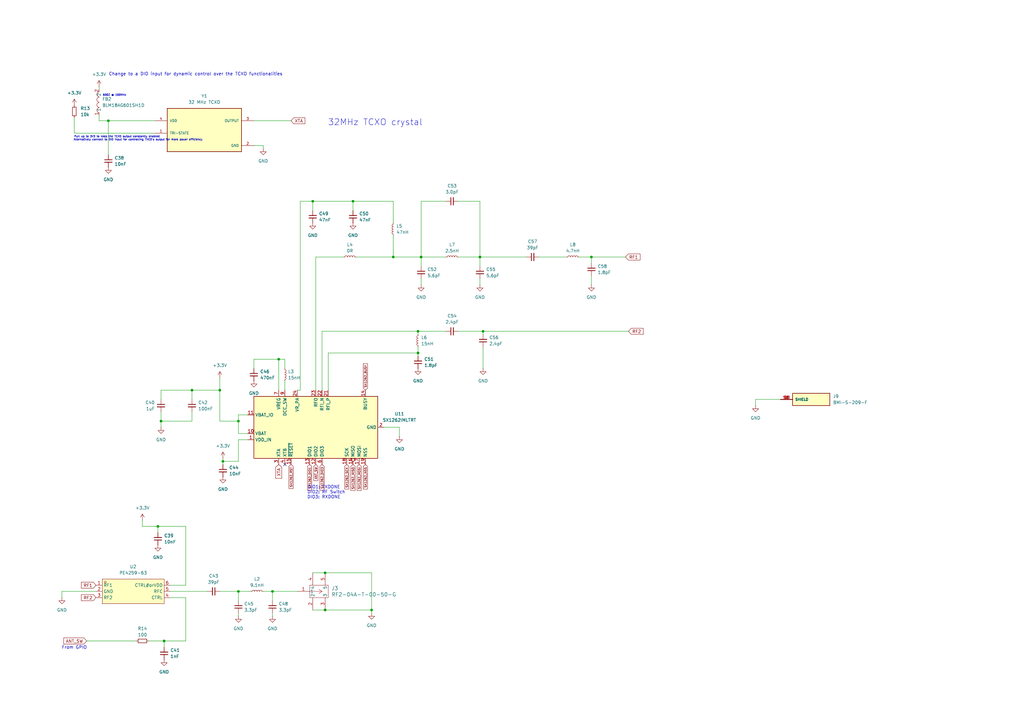
<source format=kicad_sch>
(kicad_sch (version 20250114) (generator "eeschema") (generator_version "9.0")
  (paper "A3")
  (lib_symbols
    (symbol "BMI-S-209-F:BMI-S-209-F" (pin_names (offset 1.016))
      (property "Reference" "J9" (at 8.89 1.2701 0))
      (property "Value" "BMI-S-209-F" (at 8.89 -1.2699 0))
      (symbol "BMI-S-209-F_0_0"
        (rectangle (start -7.62 2.54) (end 7.62 -2.54) (stroke (width 0.254)) (fill (type background)))
        (pin passive line (at -12.7 0 0) (length 5.08) (name "SHIELD") (number "S10"))
        (pin passive line (at -12.7 0 0) (length 5.08) (name "SHIELD") (number "S3"))
        (pin passive line (at -12.7 0 0) (length 5.08) (name "SHIELD") (number "S6"))
        (pin passive line (at -12.7 0 0) (length 5.08) (name "SHIELD") (number "S9"))
      )
    )
    (symbol "Device:C_Small" (pin_numbers (hide yes)) (pin_names (offset 0.254) (hide yes))
      (property "Reference" "C" (at 0.254 1.778 0))
      (property "Value" "C_Small" (at 0.254 -2.032 0))
      (symbol "C_Small_0_1"
        (polyline (pts (xy -1.524 0.508) (xy 1.524 0.508)) (stroke (width 0.3048)))
        (polyline (pts (xy -1.524 -0.508) (xy 1.524 -0.508)) (stroke (width 0.3302)))
      )
      (symbol "C_Small_1_1"
        (pin passive line (at 0 2.54 270) (length 2.032) (name "~") (number "1"))
        (pin passive line (at 0 -2.54 90) (length 2.032) (name "~") (number "2"))
      )
    )
    (symbol "Device:L_Small" (pin_numbers (hide yes)) (pin_names (offset 0.254) (hide yes))
      (property "Reference" "L" (at 0.762 1.016 0))
      (property "Value" "L_Small" (at 0.762 -1.016 0))
      (symbol "L_Small_0_1"
        (arc (start 0 2.032) (mid 0.5058 1.524) (end 0 1.016))
        (arc (start 0 1.016) (mid 0.5058 0.508) (end 0 0))
        (arc (start 0 0) (mid 0.5058 -0.508) (end 0 -1.016))
        (arc (start 0 -1.016) (mid 0.5058 -1.524) (end 0 -2.032))
      )
      (symbol "L_Small_1_1"
        (pin passive line (at 0 2.54 270) (length 0.508) (name "~") (number "1"))
        (pin passive line (at 0 -2.54 90) (length 0.508) (name "~") (number "2"))
      )
    )
    (symbol "Device:R_Small" (pin_numbers (hide yes)) (pin_names (offset 0.254) (hide yes))
      (property "Reference" "R" (at 0.762 0.508 0))
      (property "Value" "R_Small" (at 0.762 -1.016 0))
      (symbol "R_Small_0_1"
        (rectangle (start -0.762 1.778) (end 0.762 -1.778) (stroke (width 0.2032)))
      )
      (symbol "R_Small_1_1"
        (pin passive line (at 0 2.54 270) (length 0.762) (name "~") (number "1"))
        (pin passive line (at 0 -2.54 90) (length 0.762) (name "~") (number "2"))
      )
    )
    (symbol "ECS-TXO-2520-33-320-AN-TR:ECS-TXO-2520-33-320-AN-TR" (pin_names (offset 1.016))
      (property "Reference" "Y" (at -15.7743 7.8872 0))
      (property "Value" "ECS-TXO-2520-33-320-AN-TR" (at -15.7951 -12.2286 0))
      (symbol "ECS-TXO-2520-33-320-AN-TR_0_0"
        (rectangle (start -15.24 -10.16) (end 15.24 7.62) (stroke (width 0.254)) (fill (type background)))
        (pin input line (at -20.32 2.54 0) (length 5.08) (name "VDD") (number "4"))
        (pin input line (at -20.32 -2.54 0) (length 5.08) (name "TRI-STATE") (number "1"))
        (pin output line (at 20.32 2.54 180) (length 5.08) (name "OUTPUT") (number "3"))
        (pin power_in line (at 20.32 -7.62 180) (length 5.08) (name "GND") (number "2"))
      )
    )
    (symbol "EasyEDA:BLM18AG601SH1D"
      (property "Reference" "L" (at 0 5.08 0))
      (property "Value" "BLM18AG601SH1D" (at 0 -5.08 0))
      (symbol "BLM18AG601SH1D_0_1"
        (arc (start -4.29 -0.02) (mid -3.28 0.9027) (end -2.27 -0.02))
        (arc (start -2.13 -0.02) (mid -1.12 0.9071) (end -0.11 -0.02))
        (arc (start 0.02 -0.02) (mid 1.03 0.9071) (end 2.04 -0.02))
        (arc (start 2.21 -0.02) (mid 3.22 0.9071) (end 4.23 -0.02))
        (pin unspecified line (at -5.08 0 0) (length 0.762) (name "1") (number "1"))
        (pin unspecified line (at 5.08 0 180) (length 0.762) (name "2") (number "2"))
      )
    )
    (symbol "EasyEDA:PE4259-63"
      (property "Reference" "U" (at 0 7.62 0))
      (property "Value" "PE4259-63" (at 0 -7.62 0))
      (symbol "PE4259-63_0_1"
        (rectangle (start -12.7 5.08) (end 12.7 -5.08) (fill (type background)))
        (circle (center -11.43 3.81) (radius 0.38))
        (pin unspecified line (at -15.24 2.54 0) (length 2.54) (name "RF1") (number "1"))
        (pin unspecified line (at -15.24 0 0) (length 2.54) (name "GND") (number "2"))
        (pin unspecified line (at -15.24 -2.54 0) (length 2.54) (name "RF2") (number "3"))
        (pin unspecified line (at 15.24 2.54 180) (length 2.54) (name "CTRL#orVDD") (number "6"))
        (pin unspecified line (at 15.24 0 180) (length 2.54) (name "RFC") (number "5"))
        (pin unspecified line (at 15.24 -2.54 180) (length 2.54) (name "CTRL") (number "4"))
      )
    )
    (symbol "RF:SX1262IMLTRT"
      (property "Reference" "U" (at 13.97 24.13 0))
      (property "Value" "SX1262IMLTRT" (at 13.97 21.59 0))
      (symbol "SX1262IMLTRT_0_1"
        (rectangle (start -12.7 25.4) (end 12.7 -25.4) (stroke (width 0.254)) (fill (type background)))
      )
      (symbol "SX1262IMLTRT_1_1"
        (pin bidirectional line (at -15.24 15.24 0) (length 2.54) (name "XTA") (number "3"))
        (pin bidirectional line (at -15.24 12.7 0) (length 2.54) (name "XTB") (number "4"))
        (pin input line (at -15.24 10.16 0) (length 2.54) (name "~{RESET}") (number "15"))
        (pin bidirectional line (at -15.24 2.54 0) (length 2.54) (name "DIO1") (number "13"))
        (pin bidirectional line (at -15.24 0 0) (length 2.54) (name "DIO2") (number "12"))
        (pin bidirectional line (at -15.24 -2.54 0) (length 2.54) (name "DIO3") (number "6"))
        (pin input line (at -15.24 -12.7 0) (length 2.54) (name "SCK") (number "18"))
        (pin tri_state inverted (at -15.24 -15.24 0) (length 2.54) (name "MISO") (number "16"))
        (pin input line (at -15.24 -17.78 0) (length 2.54) (name "MOSI") (number "17"))
        (pin input line (at -15.24 -20.32 0) (length 2.54) (name "NSS") (number "19"))
        (pin power_in line (at -5.08 27.94 270) (length 2.54) (name "VDD_IN") (number "1"))
        (pin power_in line (at -2.54 27.94 270) (length 2.54) (name "VBAT") (number "10"))
        (pin power_in line (at 0 -27.94 90) (length 2.54) (name "GND") (number "2"))
        (pin passive line (at 0 -27.94 90) (length 2.54) (hide yes) (name "GND") (number "20"))
        (pin passive line (at 0 -27.94 90) (length 2.54) (hide yes) (name "GND") (number "25"))
        (pin passive line (at 0 -27.94 90) (length 2.54) (hide yes) (name "GND") (number "5"))
        (pin passive line (at 0 -27.94 90) (length 2.54) (hide yes) (name "GND") (number "8"))
        (pin power_in line (at 5.08 27.94 270) (length 2.54) (name "VBAT_IO") (number "11"))
        (pin power_out line (at 15.24 15.24 180) (length 2.54) (name "VREG") (number "7"))
        (pin power_out line (at 15.24 12.7 180) (length 2.54) (name "DCC_SW") (number "9"))
        (pin power_out line (at 15.24 7.62 180) (length 2.54) (name "VR_PA") (number "24"))
        (pin output line (at 15.24 0 180) (length 2.54) (name "RFO") (number "23"))
        (pin input line (at 15.24 -2.54 180) (length 2.54) (name "RFI_N") (number "22"))
        (pin input line (at 15.24 -5.08 180) (length 2.54) (name "RFI_P") (number "21"))
        (pin output line (at 15.24 -20.32 180) (length 2.54) (name "BUSY") (number "14"))
      )
    )
    (symbol "SMA_Connector:RF2-04A-T-00-50-G" (pin_names (offset 0.254))
      (property "Reference" "J3" (at 13.97 1.2701 0))
      (property "Value" "RF2-04A-T-00-50-G" (at 13.97 -1.2699 0))
      (symbol "RF2-04A-T-00-50-G_1_1"
        (polyline (pts (xy 5.08 2.54) (xy 5.08 -2.54)) (stroke (width 0.127)))
        (polyline (pts (xy 5.08 -2.54) (xy 12.7 -2.54)) (stroke (width 0.127)))
        (polyline (pts (xy 10.16 0) (xy 5.08 0)) (stroke (width 0.127)))
        (polyline (pts (xy 10.16 0) (xy 8.89 0.8467)) (stroke (width 0.127)))
        (polyline (pts (xy 10.16 0) (xy 8.89 -0.8467)) (stroke (width 0.127)))
        (polyline (pts (xy 12.7 2.54) (xy 5.08 2.54)) (stroke (width 0.127)))
        (polyline (pts (xy 12.7 -2.54) (xy 12.7 2.54)) (stroke (width 0.127)))
        (pin unspecified line (at 0 0 0) (length 5.08) (name "1") (number "1"))
        (pin unspecified line (at 6.35 7.62 270) (length 5.08) (name "4") (number "4"))
        (pin unspecified line (at 6.35 -7.62 90) (length 5.08) (name "2") (number "2"))
        (pin unspecified line (at 11.43 7.62 270) (length 5.08) (name "5") (number "5"))
        (pin unspecified line (at 11.43 -7.62 90) (length 5.08) (name "3") (number "3"))
      )
      (symbol "RF2-04A-T-00-50-G_1_2"
        (polyline (pts (xy 5.08 2.54) (xy 5.08 -2.54)) (stroke (width 0.127)))
        (polyline (pts (xy 5.08 -2.54) (xy 12.7 -2.54)) (stroke (width 0.127)))
        (polyline (pts (xy 7.62 0) (xy 5.08 0)) (stroke (width 0.127)))
        (polyline (pts (xy 7.62 0) (xy 8.89 0.8467)) (stroke (width 0.127)))
        (polyline (pts (xy 7.62 0) (xy 8.89 -0.8467)) (stroke (width 0.127)))
        (polyline (pts (xy 12.7 2.54) (xy 5.08 2.54)) (stroke (width 0.127)))
        (polyline (pts (xy 12.7 -2.54) (xy 12.7 2.54)) (stroke (width 0.127)))
        (pin unspecified line (at 0 0 0) (length 5.08) (name "1") (number "1"))
      )
    )
    (symbol "power:+3.3V" (power) (pin_numbers (hide yes)) (pin_names (offset 0) (hide yes))
      (property "Value" "+3.3V" (at 0 3.556 0))
      (symbol "+3.3V_0_1"
        (polyline (pts (xy -0.762 1.27) (xy 0 2.54)))
        (polyline (pts (xy 0 2.54) (xy 0.762 1.27)))
        (polyline (pts (xy 0 0) (xy 0 2.54)))
      )
      (symbol "+3.3V_1_1"
        (pin power_in line (at 0 0 90) (length 0) (name "~") (number "1"))
      )
    )
    (symbol "power:GND" (power) (pin_numbers (hide yes)) (pin_names (offset 0) (hide yes))
      (property "Value" "GND" (at 0 -3.81 0))
      (symbol "GND_0_1"
        (polyline (pts (xy 0 0) (xy 0 -1.27) (xy 1.27 -1.27) (xy 0 -2.54) (xy -1.27 -1.27) (xy 0 -1.27)))
      )
      (symbol "GND_1_1"
        (pin power_in line (at 0 0 270) (length 0) (name "~") (number "1"))
      )
    )
  )
  (text "Change to a DIO input for dynamic control over the TCXO functionalities" (at 80.264 30.48 0) (effects (font (size 1.27 1.27))))
  (text "Alternatively connect to DIO input for controlling TXCO's output for more power efficiency" (at 56.642 57.404 0) (effects (font (size 0.762 0.762))))
  (text "600Z @ 100MHz" (at 46.99 39.116 0) (effects (font (size 0.762 0.762))))
  (text "From GPIO" (at 30.48 265.684 0) (effects (font (size 1.27 1.27))))
  (text "32MHz TCXO crystal" (at 153.924 50.292 0) (effects (font (size 2.54 2.54))))
  (text "Pull up to 3V3 to keep the TCXO output constantly enabled " (at 48.26 56.134 0) (effects (font (size 0.762 0.762))))
  (text "DIO1: TXDONE\n  DIO2: RF Switch\n DIO3: RXDONE " (at 132.842 201.93 0) (effects (font (size 1.27 1.27))))
  (junction (at 198.12 135.89))
  (junction (at 242.57 105.41))
  (junction (at 66.04 172.72))
  (junction (at 64.77 215.9))
  (junction (at 172.72 105.41))
  (junction (at 91.44 189.23))
  (junction (at 128.27 82.55))
  (junction (at 144.78 82.55))
  (junction (at 111.76 242.57))
  (junction (at 161.29 105.41))
  (junction (at 171.45 135.89))
  (junction (at 152.4 250.19))
  (junction (at 97.79 242.57))
  (junction (at 114.3 147.32))
  (junction (at 133.35 250.19))
  (junction (at 67.31 262.89))
  (junction (at 78.74 160.02))
  (junction (at 44.45 49.53))
  (junction (at 196.85 105.41))
  (junction (at 133.35 234.95))
  (junction (at 97.79 172.72))
  (junction (at 90.17 160.02))
  (junction (at 171.45 144.78))
  (no_connect (at 116.84 190.5))
  (wire (pts (xy 128.27 250.19) (xy 133.35 250.19)))
  (wire (pts (xy 66.04 172.72) (xy 78.74 172.72)))
  (wire (pts (xy 116.84 147.32) (xy 114.3 147.32)))
  (wire (pts (xy 58.42 213.36) (xy 58.42 215.9)))
  (wire (pts (xy 63.5 54.61) (xy 30.48 54.61)))
  (wire (pts (xy 187.96 135.89) (xy 198.12 135.89)))
  (wire (pts (xy 163.83 175.26) (xy 163.83 179.07)))
  (wire (pts (xy 104.14 59.69) (xy 107.95 59.69)))
  (wire (pts (xy 44.45 49.53) (xy 44.45 63.5)))
  (wire (pts (xy 171.45 142.24) (xy 171.45 144.78)))
  (wire (pts (xy 90.17 160.02) (xy 90.17 172.72)))
  (wire (pts (xy 187.96 82.55) (xy 196.85 82.55)))
  (wire (pts (xy 40.64 35.56) (xy 40.64 36.83)))
  (wire (pts (xy 134.62 160.02) (xy 134.62 144.78)))
  (wire (pts (xy 78.74 160.02) (xy 78.74 163.83)))
  (wire (pts (xy 161.29 105.41) (xy 172.72 105.41)))
  (wire (pts (xy 30.48 54.61) (xy 30.48 48.26)))
  (wire (pts (xy 78.74 160.02) (xy 90.17 160.02)))
  (wire (pts (xy 196.85 114.3) (xy 196.85 116.84)))
  (wire (pts (xy 129.54 105.41) (xy 129.54 160.02)))
  (wire (pts (xy 76.2 262.89) (xy 67.31 262.89)))
  (wire (pts (xy 187.96 105.41) (xy 196.85 105.41)))
  (wire (pts (xy 40.64 49.53) (xy 40.64 46.99)))
  (wire (pts (xy 133.35 234.95) (xy 128.27 234.95)))
  (wire (pts (xy 66.04 172.72) (xy 66.04 168.91)))
  (wire (pts (xy 63.5 49.53) (xy 44.45 49.53)))
  (wire (pts (xy 123.19 82.55) (xy 128.27 82.55)))
  (wire (pts (xy 133.35 250.19) (xy 152.4 250.19)))
  (wire (pts (xy 172.72 114.3) (xy 172.72 116.84)))
  (wire (pts (xy 104.14 49.53) (xy 119.38 49.53)))
  (wire (pts (xy 220.98 105.41) (xy 232.41 105.41)))
  (wire (pts (xy 161.29 91.44) (xy 161.29 82.55)))
  (wire (pts (xy 111.76 242.57) (xy 111.76 246.38)))
  (wire (pts (xy 161.29 82.55) (xy 144.78 82.55)))
  (wire (pts (xy 171.45 135.89) (xy 182.88 135.89)))
  (wire (pts (xy 172.72 82.55) (xy 172.72 105.41)))
  (wire (pts (xy 196.85 105.41) (xy 196.85 109.22)))
  (wire (pts (xy 152.4 234.95) (xy 152.4 250.19)))
  (wire (pts (xy 107.95 59.69) (xy 107.95 60.96)))
  (wire (pts (xy 97.79 180.34) (xy 97.79 189.23)))
  (wire (pts (xy 152.4 234.95) (xy 133.35 234.95)))
  (wire (pts (xy 172.72 105.41) (xy 182.88 105.41)))
  (wire (pts (xy 25.4 242.57) (xy 39.37 242.57)))
  (wire (pts (xy 67.31 262.89) (xy 67.31 265.43)))
  (wire (pts (xy 97.79 177.8) (xy 101.6 177.8)))
  (wire (pts (xy 172.72 105.41) (xy 172.72 109.22)))
  (wire (pts (xy 123.19 160.02) (xy 121.92 160.02)))
  (wire (pts (xy 129.54 105.41) (xy 140.97 105.41)))
  (wire (pts (xy 91.44 190.5) (xy 91.44 189.23)))
  (wire (pts (xy 90.17 154.94) (xy 90.17 160.02)))
  (wire (pts (xy 171.45 144.78) (xy 171.45 146.05)))
  (wire (pts (xy 76.2 245.11) (xy 76.2 262.89)))
  (wire (pts (xy 161.29 96.52) (xy 161.29 105.41)))
  (wire (pts (xy 58.42 215.9) (xy 64.77 215.9)))
  (wire (pts (xy 66.04 163.83) (xy 66.04 160.02)))
  (wire (pts (xy 97.79 170.18) (xy 97.79 172.72)))
  (wire (pts (xy 196.85 82.55) (xy 196.85 105.41)))
  (wire (pts (xy 66.04 160.02) (xy 78.74 160.02)))
  (wire (pts (xy 69.85 240.03) (xy 76.2 240.03)))
  (wire (pts (xy 44.45 49.53) (xy 40.64 49.53)))
  (wire (pts (xy 76.2 215.9) (xy 64.77 215.9)))
  (wire (pts (xy 111.76 251.46) (xy 111.76 252.73)))
  (wire (pts (xy 128.27 82.55) (xy 128.27 86.36)))
  (wire (pts (xy 182.88 82.55) (xy 172.72 82.55)))
  (wire (pts (xy 132.08 160.02) (xy 132.08 135.89)))
  (wire (pts (xy 309.88 163.83) (xy 309.88 166.37)))
  (wire (pts (xy 134.62 144.78) (xy 171.45 144.78)))
  (wire (pts (xy 198.12 135.89) (xy 257.81 135.89)))
  (wire (pts (xy 198.12 151.13) (xy 198.12 142.24)))
  (wire (pts (xy 97.79 246.38) (xy 97.79 242.57)))
  (wire (pts (xy 114.3 160.02) (xy 114.3 147.32)))
  (wire (pts (xy 76.2 240.03) (xy 76.2 215.9)))
  (wire (pts (xy 78.74 168.91) (xy 78.74 172.72)))
  (wire (pts (xy 104.14 147.32) (xy 104.14 151.13)))
  (wire (pts (xy 66.04 172.72) (xy 66.04 175.26)))
  (wire (pts (xy 91.44 189.23) (xy 91.44 187.96)))
  (wire (pts (xy 237.49 105.41) (xy 242.57 105.41)))
  (wire (pts (xy 116.84 156.21) (xy 116.84 160.02)))
  (wire (pts (xy 116.84 151.13) (xy 116.84 147.32)))
  (wire (pts (xy 107.95 242.57) (xy 111.76 242.57)))
  (wire (pts (xy 196.85 105.41) (xy 215.9 105.41)))
  (wire (pts (xy 161.29 105.41) (xy 146.05 105.41)))
  (wire (pts (xy 171.45 137.16) (xy 171.45 135.89)))
  (wire (pts (xy 97.79 242.57) (xy 102.87 242.57)))
  (wire (pts (xy 69.85 242.57) (xy 85.09 242.57)))
  (wire (pts (xy 101.6 170.18) (xy 97.79 170.18)))
  (wire (pts (xy 101.6 180.34) (xy 97.79 180.34)))
  (wire (pts (xy 97.79 172.72) (xy 97.79 177.8)))
  (wire (pts (xy 114.3 147.32) (xy 104.14 147.32)))
  (wire (pts (xy 35.56 262.89) (xy 55.88 262.89)))
  (wire (pts (xy 60.96 262.89) (xy 67.31 262.89)))
  (wire (pts (xy 144.78 82.55) (xy 144.78 86.36)))
  (wire (pts (xy 64.77 215.9) (xy 64.77 218.44)))
  (wire (pts (xy 90.17 172.72) (xy 97.79 172.72)))
  (wire (pts (xy 97.79 189.23) (xy 91.44 189.23)))
  (wire (pts (xy 123.19 82.55) (xy 123.19 160.02)))
  (wire (pts (xy 90.17 242.57) (xy 97.79 242.57)))
  (wire (pts (xy 144.78 82.55) (xy 128.27 82.55)))
  (wire (pts (xy 198.12 135.89) (xy 198.12 137.16)))
  (wire (pts (xy 242.57 105.41) (xy 242.57 107.95)))
  (wire (pts (xy 132.08 135.89) (xy 171.45 135.89)))
  (wire (pts (xy 111.76 242.57) (xy 121.92 242.57)))
  (wire (pts (xy 320.04 163.83) (xy 309.88 163.83)))
  (wire (pts (xy 242.57 116.84) (xy 242.57 113.03)))
  (wire (pts (xy 97.79 251.46) (xy 97.79 252.73)))
  (wire (pts (xy 152.4 250.19) (xy 152.4 251.46)))
  (wire (pts (xy 69.85 245.11) (xy 76.2 245.11)))
  (wire (pts (xy 25.4 245.11) (xy 25.4 242.57)))
  (wire (pts (xy 157.48 175.26) (xy 163.83 175.26)))
  (wire (pts (xy 242.57 105.41) (xy 256.54 105.41)))
  (global_label "ANT_SW" (shape input) (at 129.54 190.5 270) (effects (font (size 0.889 0.889))) (property "Intersheetrefs" "${INTERSHEET_REFS}" (effects (hide yes))))
  (global_label "RF2" (shape input) (at 257.81 135.89 0) (property "Intersheetrefs" "${INTERSHEET_REFS}" (effects (hide yes))))
  (global_label "SX1262_DIO3" (shape input) (at 132.08 190.5 270) (effects (font (size 0.889 0.889))) (property "Intersheetrefs" "${INTERSHEET_REFS}" (effects (hide yes))))
  (global_label "SX1262_MISO" (shape input) (at 144.78 190.5 270) (effects (font (size 0.889 0.889))) (property "Intersheetrefs" "${INTERSHEET_REFS}" (effects (hide yes))))
  (global_label "SX1262_BUSY" (shape input) (at 149.86 160.02 90) (effects (font (size 0.889 0.889))) (property "Intersheetrefs" "${INTERSHEET_REFS}" (effects (hide yes))))
  (global_label "SX1262_DIO1" (shape input) (at 127 190.5 270) (effects (font (size 0.889 0.889))) (property "Intersheetrefs" "${INTERSHEET_REFS}" (effects (hide yes))))
  (global_label "XTA" (shape input) (at 119.38 49.53 0) (property "Intersheetrefs" "${INTERSHEET_REFS}" (effects (hide yes))))
  (global_label "RF2" (shape input) (at 39.37 245.11 180) (property "Intersheetrefs" "${INTERSHEET_REFS}" (effects (hide yes))))
  (global_label "RF1" (shape input) (at 256.54 105.41 0) (property "Intersheetrefs" "${INTERSHEET_REFS}" (effects (hide yes))))
  (global_label "SX1262_MOSI" (shape input) (at 147.32 190.5 270) (effects (font (size 0.889 0.889))) (property "Intersheetrefs" "${INTERSHEET_REFS}" (effects (hide yes))))
  (global_label "RF1" (shape input) (at 39.37 240.03 180) (property "Intersheetrefs" "${INTERSHEET_REFS}" (effects (hide yes))))
  (global_label "SX1262_SCK" (shape input) (at 142.24 190.5 270) (effects (font (size 0.889 0.889))) (property "Intersheetrefs" "${INTERSHEET_REFS}" (effects (hide yes))))
  (global_label "ANT_SW" (shape input) (at 35.56 262.89 180) (property "Intersheetrefs" "${INTERSHEET_REFS}" (effects (hide yes))))
  (global_label "SX1262_NSS" (shape input) (at 149.86 190.5 270) (effects (font (size 0.889 0.889))) (property "Intersheetrefs" "${INTERSHEET_REFS}" (effects (hide yes))))
  (global_label "SX1262_RST" (shape input) (at 119.38 190.5 270) (effects (font (size 0.889 0.889))) (property "Intersheetrefs" "${INTERSHEET_REFS}" (effects (hide yes))))
  (global_label "XTA" (shape input) (at 114.3 190.5 270) (property "Intersheetrefs" "${INTERSHEET_REFS}" (effects (hide yes))))
  (symbol (lib_id "Device:L_Small") (at 171.45 139.7 180) (unit 1)
    (property "Reference" "L6" (at 172.72 138.4299 0) (effects (justify right)))
    (property "Value" "15nH" (at 172.72 140.9699 0) (effects (justify right)))
    (property "Footprint" "Inductor_SMD:L_0402_1005Metric" (effects (hide yes)))
    (property "Description" "Inductor, small symbol" (effects (hide yes)))
  )
  (symbol (lib_id "power:+3.3V") (at 90.17 154.94 0) (unit 1)
    (property "Reference" "#PWR070" (effects (hide yes)))
    (property "Value" "+3.3V" (at 90.17 149.86 0))
    (property "Description" "Power symbol creates a global label with name \"+3.3V\"" (effects (hide yes)))
  )
  (symbol (lib_id "power:GND") (at 152.4 251.46 0) (unit 1)
    (property "Reference" "#PWR079" (effects (hide yes)))
    (property "Value" "GND" (at 152.4 256.54 0))
    (property "Description" "Power symbol creates a global label with name \"GND\" , ground" (effects (hide yes)))
  )
  (symbol (lib_id "power:GND") (at 97.79 252.73 0) (unit 1)
    (property "Reference" "#PWR073" (effects (hide yes)))
    (property "Value" "GND" (at 97.79 257.81 0))
    (property "Description" "Power symbol creates a global label with name \"GND\" , ground" (effects (hide yes)))
  )
  (symbol (lib_id "Device:L_Small") (at 185.42 105.41 90) (unit 1)
    (property "Reference" "L7" (at 185.42 100.33 90))
    (property "Value" "2.5nH" (at 185.42 102.87 90))
    (property "Footprint" "Inductor_SMD:L_0402_1005Metric" (effects (hide yes)))
    (property "Description" "Inductor, small symbol" (effects (hide yes)))
  )
  (symbol (lib_id "Device:R_Small") (at 58.42 262.89 90) (unit 1)
    (property "Reference" "R14" (at 58.42 257.81 90))
    (property "Value" "100" (at 58.42 260.35 90))
    (property "Footprint" "Resistor_SMD:R_0402_1005Metric" (effects (hide yes)))
    (property "Description" "Resistor, small symbol" (effects (hide yes)))
  )
  (symbol (lib_id "power:GND") (at 242.57 116.84 0) (unit 1)
    (property "Reference" "#PWR085" (effects (hide yes)))
    (property "Value" "GND" (at 242.57 121.92 0))
    (property "Description" "Power symbol creates a global label with name \"GND\" , ground" (effects (hide yes)))
  )
  (symbol (lib_id "Device:L_Small") (at 234.95 105.41 90) (unit 1)
    (property "Reference" "L8" (at 234.95 100.33 90))
    (property "Value" "4.7nH" (at 234.95 102.87 90))
    (property "Footprint" "Inductor_SMD:L_0402_1005Metric" (effects (hide yes)))
    (property "Description" "Inductor, small symbol" (effects (hide yes)))
  )
  (symbol (lib_id "power:+3.3V") (at 30.48 43.18 0) (unit 1)
    (property "Reference" "#PWR063" (effects (hide yes)))
    (property "Value" "+3.3V" (at 30.48 38.1 0))
    (property "Description" "Power symbol creates a global label with name \"+3.3V\"" (effects (hide yes)))
  )
  (symbol (lib_id "Device:C_Small") (at 66.04 166.37 0) (mirror y) (unit 1)
    (property "Reference" "C40" (at 63.5 165.1062 0) (effects (justify left)))
    (property "Value" "1uF" (at 63.5 167.6462 0) (effects (justify left)))
    (property "Footprint" "Capacitor_SMD:C_0402_1005Metric" (effects (hide yes)))
    (property "Description" "Unpolarized capacitor, small symbol" (effects (hide yes)))
  )
  (symbol (lib_id "Device:L_Small") (at 105.41 242.57 90) (unit 1)
    (property "Reference" "L2" (at 105.41 237.49 90))
    (property "Value" "9.1nH" (at 105.41 240.03 90))
    (property "Footprint" "Inductor_SMD:L_0402_1005Metric" (effects (hide yes)))
    (property "Description" "Inductor, small symbol" (effects (hide yes)))
  )
  (symbol (lib_id "EasyEDA:BLM18AG601SH1D") (at 40.64 41.91 90) (unit 1)
    (property "Reference" "FB2" (at 41.91 40.6399 90) (effects (justify right)))
    (property "Value" "BLM18AG601SH1D" (at 41.91 43.1799 90) (effects (justify right)))
    (property "Footprint" "EasyEDA:L0603" (effects (hide yes)))
    (property "Datasheet" "https://lcsc.com/product-detail/Others_Murata-Electronics_BLM18AG601SH1D_Murata-Electronics-BLM18AG601SH1D_C73225.html" (effects (hide yes)))
    (property "LCSC Part" "C73225" (effects (hide yes)))
  )
  (symbol (lib_id "power:GND") (at 66.04 175.26 0) (unit 1)
    (property "Reference" "#PWR068" (effects (hide yes)))
    (property "Value" "GND" (at 66.04 180.34 0))
    (property "Description" "Power symbol creates a global label with name \"GND\" , ground" (effects (hide yes)))
  )
  (symbol (lib_id "power:GND") (at 91.44 195.58 0) (unit 1)
    (property "Reference" "#PWR072" (effects (hide yes)))
    (property "Value" "GND" (at 91.44 200.66 0))
    (property "Description" "Power symbol creates a global label with name \"GND\" , ground" (effects (hide yes)))
  )
  (symbol (lib_id "Device:C_Small") (at 111.76 248.92 180) (unit 1)
    (property "Reference" "C48" (at 114.3 247.6435 0) (effects (justify right)))
    (property "Value" "3.3pF" (at 114.3 250.1835 0) (effects (justify right)))
    (property "Footprint" "Capacitor_SMD:C_0402_1005Metric" (effects (hide yes)))
    (property "Description" "Unpolarized capacitor, small symbol" (effects (hide yes)))
  )
  (symbol (lib_id "Device:C_Small") (at 64.77 220.98 180) (unit 1)
    (property "Reference" "C39" (at 67.31 219.7035 0) (effects (justify right)))
    (property "Value" "10nF" (at 67.31 222.2435 0) (effects (justify right)))
    (property "Footprint" "Capacitor_SMD:C_0402_1005Metric" (effects (hide yes)))
    (property "Description" "Unpolarized capacitor, small symbol" (effects (hide yes)))
  )
  (symbol (lib_id "Device:L_Small") (at 116.84 153.67 0) (unit 1)
    (property "Reference" "L3" (at 118.11 152.3999 0) (effects (justify left)))
    (property "Value" "15nH" (at 118.11 154.9399 0) (effects (justify left)))
    (property "Footprint" "Inductor_SMD:L_0402_1005Metric" (effects (hide yes)))
    (property "Description" "Inductor, small symbol" (effects (hide yes)))
  )
  (symbol (lib_id "RF:SX1262IMLTRT") (at 129.54 175.26 90) (unit 1)
    (property "Reference" "U11" (at 163.83 169.7638 90))
    (property "Value" "SX1262IMLTRT" (at 163.83 172.3038 90))
    (property "Footprint" "Package_DFN_QFN:QFN-24-1EP_4x4mm_P0.5mm_EP2.6x2.6mm" (effects (hide yes)))
    (property "Datasheet" "https://semtech.file.force.com/sfc/dist/version/download/?oid=00DE0000000JelG&ids=0682R00000IjPWSQA3&d=%2Fa%2F2R000000Un7F%2FyT.fKdAr9ZAo3cJLc4F2cBdUsMftpT2vsOICP7NmvMo" (effects (hide yes)))
    (property "Description" "150 MHz to 960 MHz Low Power Long Range Transceiver, 22dBm output power, spreading factor from 5 to 12, LoRA, QFN-24" (effects (hide yes)))
  )
  (symbol (lib_id "power:GND") (at 64.77 223.52 0) (unit 1)
    (property "Reference" "#PWR067" (effects (hide yes)))
    (property "Value" "GND" (at 64.77 228.6 0))
    (property "Description" "Power symbol creates a global label with name \"GND\" , ground" (effects (hide yes)))
  )
  (symbol (lib_id "Device:C_Small") (at 218.44 105.41 90) (unit 1)
    (property "Reference" "C57" (at 218.4463 99.06 90))
    (property "Value" "39pF" (at 218.4463 101.6 90))
    (property "Footprint" "Capacitor_SMD:C_0402_1005Metric" (effects (hide yes)))
    (property "Description" "Unpolarized capacitor, small symbol" (effects (hide yes)))
  )
  (symbol (lib_id "Device:C_Small") (at 104.14 153.67 0) (unit 1)
    (property "Reference" "C46" (at 106.68 152.4062 0) (effects (justify left)))
    (property "Value" "470nF" (at 106.68 154.9462 0) (effects (justify left)))
    (property "Footprint" "Capacitor_SMD:C_0402_1005Metric" (effects (hide yes)))
    (property "Description" "Unpolarized capacitor, small symbol" (effects (hide yes)))
  )
  (symbol (lib_id "Device:C_Small") (at 196.85 111.76 0) (unit 1)
    (property "Reference" "C55" (at 199.39 110.4962 0) (effects (justify left)))
    (property "Value" "5.6pF" (at 199.39 113.0362 0) (effects (justify left)))
    (property "Footprint" "Capacitor_SMD:C_0402_1005Metric" (effects (hide yes)))
    (property "Description" "Unpolarized capacitor, small symbol" (effects (hide yes)))
  )
  (symbol (lib_id "Device:C_Small") (at 144.78 88.9 0) (unit 1)
    (property "Reference" "C50" (at 147.32 87.6362 0) (effects (justify left)))
    (property "Value" "47nF" (at 147.32 90.1762 0) (effects (justify left)))
    (property "Footprint" "Capacitor_SMD:C_0402_1005Metric" (effects (hide yes)))
    (property "Description" "Unpolarized capacitor, small symbol" (effects (hide yes)))
  )
  (symbol (lib_id "power:GND") (at 171.45 151.13 0) (unit 1)
    (property "Reference" "#PWR081" (effects (hide yes)))
    (property "Value" "GND" (at 171.45 156.21 0))
    (property "Description" "Power symbol creates a global label with name \"GND\" , ground" (effects (hide yes)))
  )
  (symbol (lib_id "Device:C_Small") (at 198.12 139.7 180) (unit 1)
    (property "Reference" "C56" (at 200.66 138.4235 0) (effects (justify right)))
    (property "Value" "2.4pF" (at 200.66 140.9635 0) (effects (justify right)))
    (property "Footprint" "Capacitor_SMD:C_0402_1005Metric" (effects (hide yes)))
    (property "Description" "Unpolarized capacitor, small symbol" (effects (hide yes)))
  )
  (symbol (lib_id "Device:C_Small") (at 128.27 88.9 0) (unit 1)
    (property "Reference" "C49" (at 130.81 87.6362 0) (effects (justify left)))
    (property "Value" "47nF" (at 130.81 90.1762 0) (effects (justify left)))
    (property "Footprint" "Capacitor_SMD:C_0402_1005Metric" (effects (hide yes)))
    (property "Description" "Unpolarized capacitor, small symbol" (effects (hide yes)))
  )
  (symbol (lib_id "power:GND") (at 309.88 166.37 0) (unit 1)
    (property "Reference" "#PWR035" (effects (hide yes)))
    (property "Value" "GND" (at 309.88 171.45 0))
    (property "Description" "Power symbol creates a global label with name \"GND\" , ground" (effects (hide yes)))
  )
  (symbol (lib_id "Device:C_Small") (at 78.74 166.37 0) (unit 1)
    (property "Reference" "C42" (at 81.28 165.1062 0) (effects (justify left)))
    (property "Value" "100nF" (at 81.28 167.6462 0) (effects (justify left)))
    (property "Footprint" "Capacitor_SMD:C_0402_1005Metric" (effects (hide yes)))
    (property "Description" "Unpolarized capacitor, small symbol" (effects (hide yes)))
  )
  (symbol (lib_id "power:GND") (at 107.95 60.96 0) (unit 1)
    (property "Reference" "#PWR075" (effects (hide yes)))
    (property "Value" "GND" (at 107.95 66.04 0))
    (property "Description" "Power symbol creates a global label with name \"GND\" , ground" (effects (hide yes)))
  )
  (symbol (lib_id "power:GND") (at 172.72 116.84 0) (unit 1)
    (property "Reference" "#PWR082" (effects (hide yes)))
    (property "Value" "GND" (at 172.72 121.92 0))
    (property "Description" "Power symbol creates a global label with name \"GND\" , ground" (effects (hide yes)))
  )
  (symbol (lib_id "power:GND") (at 198.12 151.13 0) (unit 1)
    (property "Reference" "#PWR084" (effects (hide yes)))
    (property "Value" "GND" (at 198.12 156.21 0))
    (property "Description" "Power symbol creates a global label with name \"GND\" , ground" (effects (hide yes)))
  )
  (symbol (lib_id "Device:C_Small") (at 172.72 111.76 0) (unit 1)
    (property "Reference" "C52" (at 175.26 110.4962 0) (effects (justify left)))
    (property "Value" "5.6pF" (at 175.26 113.0362 0) (effects (justify left)))
    (property "Footprint" "Capacitor_SMD:C_0402_1005Metric" (effects (hide yes)))
    (property "Description" "Unpolarized capacitor, small symbol" (effects (hide yes)))
  )
  (symbol (lib_id "EasyEDA:PE4259-63") (at 54.61 242.57 0) (unit 1)
    (property "Reference" "U2" (at 54.61 232.41 0))
    (property "Value" "PE4259-63" (at 54.61 234.95 0))
    (property "Footprint" "EasyEDA:SC-70-6_L2.2-W1.3-P0.65-LS2.1-BL" (effects (hide yes)))
    (property "Datasheet" "https://lcsc.com/product-detail/RF-Switches_PS-PE4259-63_C470892.html" (effects (hide yes)))
    (property "LCSC Part" "C470892" (effects (hide yes)))
  )
  (symbol (lib_id "power:GND") (at 44.45 68.58 0) (unit 1)
    (property "Reference" "#PWR065" (effects (hide yes)))
    (property "Value" "GND" (at 44.45 73.66 0))
    (property "Description" "Power symbol creates a global label with name \"GND\" , ground" (effects (hide yes)))
  )
  (symbol (lib_id "Device:C_Small") (at 171.45 148.59 180) (unit 1)
    (property "Reference" "C51" (at 173.99 147.3135 0) (effects (justify right)))
    (property "Value" "1.8pF" (at 173.99 149.8535 0) (effects (justify right)))
    (property "Footprint" "Capacitor_SMD:C_0402_1005Metric" (effects (hide yes)))
    (property "Description" "Unpolarized capacitor, small symbol" (effects (hide yes)))
  )
  (symbol (lib_id "Device:C_Small") (at 185.42 135.89 90) (unit 1)
    (property "Reference" "C54" (at 185.4263 129.54 90))
    (property "Value" "2.4pF" (at 185.4263 132.08 90))
    (property "Footprint" "Capacitor_SMD:C_0402_1005Metric" (effects (hide yes)))
    (property "Description" "Unpolarized capacitor, small symbol" (effects (hide yes)))
  )
  (symbol (lib_id "power:GND") (at 163.83 179.07 0) (unit 1)
    (property "Reference" "#PWR080" (effects (hide yes)))
    (property "Value" "GND" (at 163.83 184.15 0))
    (property "Description" "Power symbol creates a global label with name \"GND\" , ground" (effects (hide yes)))
  )
  (symbol (lib_id "Device:C_Small") (at 44.45 66.04 0) (unit 1)
    (property "Reference" "C38" (at 46.99 64.7762 0) (effects (justify left)))
    (property "Value" "10nF" (at 46.99 67.3162 0) (effects (justify left)))
    (property "Footprint" "Capacitor_SMD:C_0402_1005Metric" (effects (hide yes)))
    (property "Description" "Unpolarized capacitor, small symbol" (effects (hide yes)))
  )
  (symbol (lib_id "BMI-S-209-F:BMI-S-209-F") (at 332.74 163.83 0) (unit 1)
    (property "Reference" "J9" (at 341.63 162.5599 0) (effects (justify left)))
    (property "Value" "BMI-S-209-F" (at 341.63 165.0999 0) (effects (justify left)))
    (property "Footprint" "Lora_shield:LAIRD_BMI-S-209-F" (effects (hide yes)))
    (property "MF" "Laird Technologies" (effects (hide yes)))
    (property "MAXIMUM_PACKAGE_HEIGHT" "7.0 mm" (effects (hide yes)))
    (property "Package" "None" (effects (hide yes)))
    (property "Price" "None" (effects (hide yes)))
    (property "Check_prices" "https://www.snapeda.com/parts/BMI-S-209-F/Laird/view-part/?ref=eda" (effects (hide yes)))
    (property "STANDARD" "Manufacturer Recommendations" (effects (hide yes)))
    (property "PARTREV" "N/A" (effects (hide yes)))
    (property "SnapEDA_Link" "https://www.snapeda.com/parts/BMI-S-209-F/Laird/view-part/?ref=snap" (effects (hide yes)))
    (property "MP" "BMI-S-209-F" (effects (hide yes)))
    (property "Description_1" "\n                        \n                            RF Shield Frame 0.728 (18.50mm) X 1.156 (29.36mm) Surface Mount\n                        \n" (effects (hide yes)))
    (property "Availability" "In Stock" (effects (hide yes)))
    (property "MANUFACTURER" "Laird Technologies" (effects (hide yes)))
  )
  (symbol (lib_id "power:GND") (at 111.76 252.73 0) (unit 1)
    (property "Reference" "#PWR076" (effects (hide yes)))
    (property "Value" "GND" (at 111.76 257.81 0))
    (property "Description" "Power symbol creates a global label with name \"GND\" , ground" (effects (hide yes)))
  )
  (symbol (lib_id "Device:C_Small") (at 97.79 248.92 180) (unit 1)
    (property "Reference" "C45" (at 100.1356 247.6435 0) (effects (justify right)))
    (property "Value" "3.3pF" (at 100.1356 250.1835 0) (effects (justify right)))
    (property "Footprint" "Capacitor_SMD:C_0402_1005Metric" (effects (hide yes)))
    (property "Description" "Unpolarized capacitor, small symbol" (effects (hide yes)))
  )
  (symbol (lib_id "power:+3.3V") (at 40.64 35.56 0) (unit 1)
    (property "Reference" "#PWR064" (effects (hide yes)))
    (property "Value" "+3.3V" (at 40.64 30.48 0))
    (property "Description" "Power symbol creates a global label with name \"+3.3V\"" (effects (hide yes)))
  )
  (symbol (lib_id "power:GND") (at 67.31 270.51 0) (unit 1)
    (property "Reference" "#PWR069" (effects (hide yes)))
    (property "Value" "GND" (at 67.31 275.59 0))
    (property "Description" "Power symbol creates a global label with name \"GND\" , ground" (effects (hide yes)))
  )
  (symbol (lib_id "power:+3.3V") (at 58.42 213.36 0) (unit 1)
    (property "Reference" "#PWR066" (effects (hide yes)))
    (property "Value" "+3.3V" (at 58.42 208.28 0))
    (property "Description" "Power symbol creates a global label with name \"+3.3V\"" (effects (hide yes)))
  )
  (symbol (lib_id "Device:C_Small") (at 242.57 110.49 180) (unit 1)
    (property "Reference" "C58" (at 245.11 109.2135 0) (effects (justify right)))
    (property "Value" "1.8pF" (at 245.11 111.7535 0) (effects (justify right)))
    (property "Footprint" "Capacitor_SMD:C_0402_1005Metric" (effects (hide yes)))
    (property "Description" "Unpolarized capacitor, small symbol" (effects (hide yes)))
  )
  (symbol (lib_id "Device:L_Small") (at 143.51 105.41 90) (unit 1)
    (property "Reference" "L4" (at 143.51 100.33 90))
    (property "Value" "0R" (at 143.51 102.87 90))
    (property "Footprint" "Inductor_SMD:L_0402_1005Metric" (effects (hide yes)))
    (property "Description" "Inductor, small symbol" (effects (hide yes)))
  )
  (symbol (lib_id "ECS-TXO-2520-33-320-AN-TR:ECS-TXO-2520-33-320-AN-TR") (at 83.82 52.07 0) (unit 1)
    (property "Reference" "Y1" (at 83.82 39.37 0))
    (property "Value" "32 MHz TCXO" (at 83.82 41.91 0))
    (property "Footprint" "TXTO:OSC_ECS-TXO-2520-33-320-AN-TR" (effects (hide yes)))
    (property "MF" "ECS Inc." (effects (hide yes)))
    (property "Description_1" "\n                        \n                            32 MHz TCXO HCMOS Oscillator 3.3V Enable/Disable 4-SMD, No Lead\n                        \n" (effects (hide yes)))
    (property "Package" "SMD-4 ECS Inc." (effects (hide yes)))
    (property "Price" "None" (effects (hide yes)))
    (property "Check_prices" "https://www.snapeda.com/parts/ECS-TXO-2520-33-320-AN-TR/ECS/view-part/?ref=eda" (effects (hide yes)))
    (property "STANDARD" "Manufcaturer Recommendations" (effects (hide yes)))
    (property "PARTREV" "2017" (effects (hide yes)))
    (property "SnapEDA_Link" "https://www.snapeda.com/parts/ECS-TXO-2520-33-320-AN-TR/ECS/view-part/?ref=snap" (effects (hide yes)))
    (property "MP" "ECS-TXO-2520-33-320-AN-TR" (effects (hide yes)))
    (property "Availability" "In Stock" (effects (hide yes)))
    (property "MANUFACTURER" "ECS INC" (effects (hide yes)))
  )
  (symbol (lib_id "Device:C_Small") (at 67.31 267.97 180) (unit 1)
    (property "Reference" "C41" (at 69.85 266.6935 0) (effects (justify right)))
    (property "Value" "1nF" (at 69.85 269.2335 0) (effects (justify right)))
    (property "Footprint" "Capacitor_SMD:C_0402_1005Metric" (effects (hide yes)))
    (property "Description" "Unpolarized capacitor, small symbol" (effects (hide yes)))
  )
  (symbol (lib_id "power:GND") (at 144.78 91.44 0) (unit 1)
    (property "Reference" "#PWR078" (effects (hide yes)))
    (property "Value" "GND" (at 144.78 96.52 0))
    (property "Description" "Power symbol creates a global label with name \"GND\" , ground" (effects (hide yes)))
  )
  (symbol (lib_id "power:GND") (at 104.14 156.21 0) (unit 1)
    (property "Reference" "#PWR074" (effects (hide yes)))
    (property "Value" "GND" (at 104.14 161.29 0))
    (property "Description" "Power symbol creates a global label with name \"GND\" , ground" (effects (hide yes)))
  )
  (symbol (lib_id "Device:C_Small") (at 87.63 242.57 270) (unit 1)
    (property "Reference" "C43" (at 87.6236 236.22 90))
    (property "Value" "39pF" (at 87.6236 238.76 90))
    (property "Footprint" "Capacitor_SMD:C_0402_1005Metric" (effects (hide yes)))
    (property "Description" "Unpolarized capacitor, small symbol" (effects (hide yes)))
  )
  (symbol (lib_id "Device:C_Small") (at 91.44 193.04 0) (unit 1)
    (property "Reference" "C44" (at 93.98 191.7762 0) (effects (justify left)))
    (property "Value" "10nF" (at 93.98 194.3162 0) (effects (justify left)))
    (property "Footprint" "Capacitor_SMD:C_0402_1005Metric" (effects (hide yes)))
    (property "Description" "Unpolarized capacitor, small symbol" (effects (hide yes)))
  )
  (symbol (lib_id "power:+3.3V") (at 91.44 187.96 0) (unit 1)
    (property "Reference" "#PWR071" (effects (hide yes)))
    (property "Value" "+3.3V" (at 91.44 182.88 0))
    (property "Description" "Power symbol creates a global label with name \"+3.3V\"" (effects (hide yes)))
  )
  (symbol (lib_id "Device:L_Small") (at 161.29 93.98 180) (unit 1)
    (property "Reference" "L5" (at 162.56 92.7099 0) (effects (justify right)))
    (property "Value" "47nH" (at 162.56 95.2499 0) (effects (justify right)))
    (property "Footprint" "Inductor_SMD:L_0402_1005Metric" (effects (hide yes)))
    (property "Description" "Inductor, small symbol" (effects (hide yes)))
  )
  (symbol (lib_id "power:GND") (at 25.4 245.11 0) (unit 1)
    (property "Reference" "#PWR062" (effects (hide yes)))
    (property "Value" "GND" (at 25.4 250.19 0))
    (property "Description" "Power symbol creates a global label with name \"GND\" , ground" (effects (hide yes)))
  )
  (symbol (lib_id "power:GND") (at 128.27 91.44 0) (unit 1)
    (property "Reference" "#PWR077" (effects (hide yes)))
    (property "Value" "GND" (at 128.27 96.52 0))
    (property "Description" "Power symbol creates a global label with name \"GND\" , ground" (effects (hide yes)))
  )
  (symbol (lib_id "Device:C_Small") (at 185.42 82.55 90) (unit 1)
    (property "Reference" "C53" (at 185.4263 76.2 90))
    (property "Value" "3.0pF" (at 185.4263 78.74 90))
    (property "Footprint" "Capacitor_SMD:C_0402_1005Metric" (effects (hide yes)))
    (property "Description" "Unpolarized capacitor, small symbol" (effects (hide yes)))
  )
  (symbol (lib_id "power:GND") (at 196.85 116.84 0) (unit 1)
    (property "Reference" "#PWR083" (effects (hide yes)))
    (property "Value" "GND" (at 196.85 121.92 0))
    (property "Description" "Power symbol creates a global label with name \"GND\" , ground" (effects (hide yes)))
  )
  (symbol (lib_id "Device:R_Small") (at 30.48 45.72 0) (unit 1)
    (property "Reference" "R13" (at 33.02 44.4499 0) (effects (justify left)))
    (property "Value" "10k" (at 33.02 46.9899 0) (effects (justify left)))
    (property "Footprint" "Resistor_SMD:R_0402_1005Metric" (effects (hide yes)))
    (property "Description" "Resistor, small symbol" (effects (hide yes)))
  )
  (symbol (lib_id "SMA_Connector:RF2-04A-T-00-50-G") (at 121.92 242.57 0) (unit 1)
    (property "Reference" "J3" (at 135.89 241.2999 0) (effects (font (size 1.524 1.524)) (justify left)))
    (property "Value" "RF2-04A-T-00-50-G" (at 135.89 243.8399 0) (effects (font (size 1.524 1.524)) (justify left)))
    (property "Footprint" "SMA_connector:CONN_RF2-04A-T-00-50-G_ADM" (effects (hide yes)))
    (property "Datasheet" "RF2-04A-T-00-50-G" (effects (hide yes)))
  )
)
</source>
